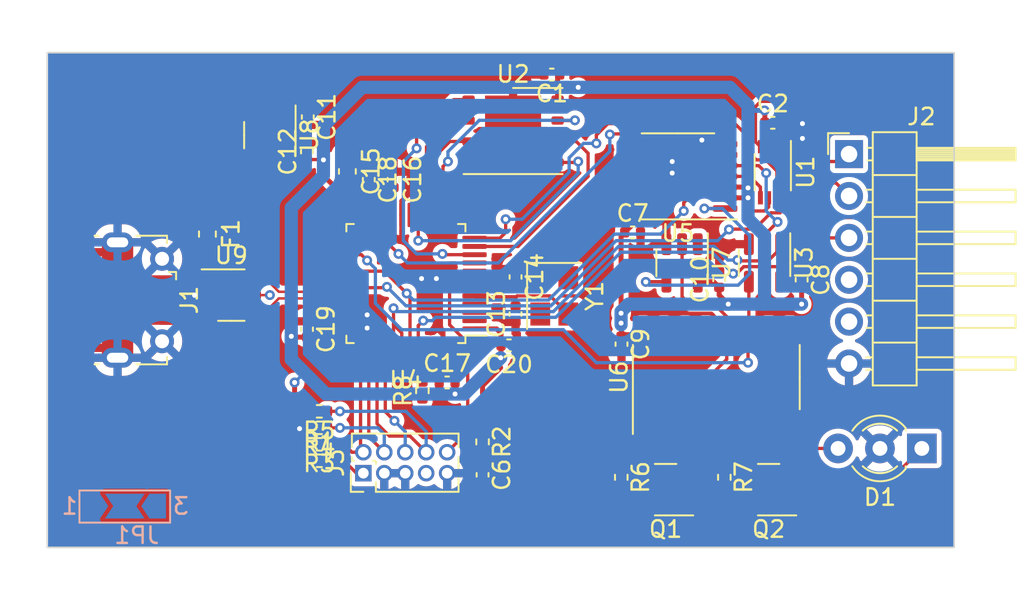
<source format=kicad_pcb>
(kicad_pcb (version 20221018) (generator pcbnew)
  (layers (0 "F.Cu" signal) (31 "B.Cu" signal) (34 "B.Paste" user) (35 "F.Paste" user) (36 "B.SilkS" user "B.Silkscreen") (37 "F.SilkS" user "F.Silkscreen") (38 "B.Mask" user) (39 "F.Mask" user) (44 "Edge.Cuts" user))
  (net 0 "")
  (net 1 "+3V3")
  (net 2 "GND")
  (net 3 "/RSTn")
  (net 4 "Net-(U8-EN)")
  (net 5 "/HSE_IN")
  (net 6 "/HSE_OUT")
  (net 7 "Net-(D1-A1)")
  (net 8 "Net-(D1-A2)")
  (net 9 "Net-(J1-VBUS)")
  (net 11 "Net-(J2-Pin_1)")
  (net 12 "/VEXT_IN")
  (net 13 "/RST")
  (net 14 "/INT")
  (net 15 "/GPIO")
  (net 16 "Net-(J3-Pin_1)")
  (net 17 "/JTMS")
  (net 18 "/JTCK")
  (net 19 "/JTDO")
  (net 21 "/JTDI")
  (net 22 "Net-(JP1-C)")
  (net 23 "/LED_G")
  (net 24 "Net-(Q1-D)")
  (net 25 "/LED_R")
  (net 26 "Net-(Q2-D)")
  (net 27 "Net-(U4-PB8)")
  (net 28 "/MDIO")
  (net 29 "/MDC")
  (net 30 "/VEXT_OUT")
  (net 31 "/QSPI_NSS")
  (net 32 "/QSPI_IO1")
  (net 33 "/QSPI_IO2")
  (net 34 "/QSPI_IO0")
  (net 35 "/QSPI_CLK")
  (net 36 "/QSPI_IO3")
  (net 37 "Net-(U3-B)")
  (net 38 "/SPI_SCK")
  (net 46 "/SPI_NSS")
  (net 51 "Net-(U5A-~{R}D)")
  (net 55 "Net-(U6-MR)")
  (net 66 "/USB_D-")
  (net 67 "/USB_D+")
  (footprint "Capacitor_SMD:C_0402_1005Metric" (layer "F.Cu") (at 130.75 111.77 -90)
    (fp_text reference "C19")
    (fp_text value "0.1u")
  )
  (footprint "Capacitor_SMD:C_0402_1005Metric" (layer "F.Cu") (at 159 99.25)
    (fp_text reference "C2")
    (fp_text value "0.1u")
  )
  (footprint "Resistor_SMD:R_0402_1005Metric" (layer "F.Cu") (at 131.5 116.75 180)
    (fp_text reference "R5")
    (fp_text value "10k")
  )
  (footprint "Capacitor_SMD:C_0402_1005Metric" (layer "F.Cu") (at 130.75 101 90)
    (fp_text reference "C12")
    (fp_text value "1u")
  )
  (footprint "Resistor_SMD:R_0402_1005Metric" (layer "F.Cu") (at 131.5 117.75 180)
    (fp_text reference "R4")
    (fp_text value "10k")
  )
  (footprint "Resistor_SMD:R_0402_1005Metric" (layer "F.Cu") (at 141.4 118.6 -90)
    (fp_text reference "R2")
    (fp_text value "10k")
  )
  (footprint "Package_QFP:LQFP-48_7x7mm_P0.5mm" (layer "F.Cu") (at 136.75 109 180)
    (fp_text reference "U4")
    (fp_text value "STM32G474CETx")
  )
  (footprint "Capacitor_SMD:C_0402_1005Metric" (layer "F.Cu") (at 130.8 98.9 -90)
    (fp_text reference "C11")
    (fp_text value "1u")
  )
  (footprint "Fuse:Fuse_0603_1608Metric" (layer "F.Cu") (at 124.7125 106 -90)
    (fp_text reference "F1")
    (fp_text value "0467.250NRHF")
  )
  (footprint "Package_TO_SOT_SMD:SOT-23-5" (layer "F.Cu") (at 158.5 107.75 -90)
    (fp_text reference "U3")
    (fp_text value "SN74LVC1G08DBVR")
  )
  (footprint "Capacitor_SMD:C_0402_1005Metric" (layer "F.Cu") (at 160.75 108.77 -90)
    (fp_text reference "C8")
    (fp_text value "0.1u")
  )
  (footprint "Capacitor_SMD:C_0402_1005Metric" (layer "F.Cu") (at 149.825 112.675 -90)
    (fp_text reference "C9")
    (fp_text value "0.1u")
  )
  (footprint "LED_THT:LED_D3.0mm-3" (layer "F.Cu") (at 168.04 119 180)
    (fp_text reference "D1")
    (fp_text value "LED_Dual_AAK")
  )
  (footprint "Capacitor_SMD:C_0402_1005Metric" (layer "F.Cu") (at 141.4 120.6 -90)
    (fp_text reference "C6")
    (fp_text value "0.1u")
  )
  (footprint "Capacitor_SMD:C_0402_1005Metric" (layer "F.Cu") (at 143.4 108.6 -90)
    (fp_text reference "C14")
    (fp_text value "18p")
  )
  (footprint "Package_SO:VSSOP-8_2.3x2mm_P0.5mm" (layer "F.Cu") (at 159 102.25 -90)
    (fp_text reference "U1")
    (fp_text value "TXS0102DCU")
  )
  (footprint "Connector_PinHeader_2.54mm:PinHeader_1x06_P2.54mm_Horizontal" (layer "F.Cu") (at 163.625 101.15)
    (fp_text reference "J2")
    (fp_text value "Conn_01x06_Pin")
  )
  (footprint "Package_SON:WSON-8-1EP_6x5mm_P1.27mm_EP3.4x4.3mm" (layer "F.Cu") (at 143.25 99.75)
    (fp_text reference "U2")
    (fp_text value "W25Q32JVZP")
  )
  (footprint "Connector_USB:USB_Micro-B_Molex-105017-0001" (layer "F.Cu") (at 120.5 110 -90)
    (fp_text reference "J1")
    (fp_text value "1050170001")
  )
  (footprint "Resistor_SMD:R_0402_1005Metric" (layer "F.Cu") (at 149.8125 120.75 -90)
    (fp_text reference "R6")
    (fp_text value "330")
  )
  (footprint "Resistor_SMD:R_0402_1005Metric" (layer "F.Cu") (at 131.5 118.75 180)
    (fp_text reference "R3")
    (fp_text value "10k")
  )
  (footprint "Package_TO_SOT_SMD:TSOT-23-5" (layer "F.Cu") (at 128.5 100 -90)
    (fp_text reference "U8")
    (fp_text value "ADP151AUJZ-3.3-R7")
  )
  (footprint "Capacitor_SMD:C_0402_1005Metric" (layer "F.Cu") (at 150.5 105.9)
    (fp_text reference "C7")
    (fp_text value "0.1u")
  )
  (footprint "Package_TO_SOT_SMD:SOT-23-5" (layer "F.Cu") (at 153.5 107.75 -90)
    (fp_text reference "U7")
    (fp_text value "SN74LVC1GU04DBVR")
  )
  (footprint "Package_SO:TSSOP-14_4.4x5mm_P0.65mm" (layer "F.Cu") (at 153.25 102.5 180)
    (fp_text reference "U5")
    (fp_text value "74LVC74APW.118")
  )
  (footprint "Package_TO_SOT_SMD:SOT-23" (layer "F.Cu") (at 158.75 121.5 180)
    (fp_text reference "Q2")
    (fp_text value "2N7002")
  )
  (footprint "Capacitor_SMD:C_0402_1005Metric" (layer "F.Cu") (at 145.6 96.325 180)
    (fp_text reference "C1")
    (fp_text value "0.1u")
  )
  (footprint "Connector_PinHeader_1.27mm:PinHeader_2x05_P1.27mm_Vertical" (layer "F.Cu") (at 134.17 120.5 90)
    (fp_text reference "J3")
    (fp_text value "Conn_02x05_Odd_Even")
  )
  (footprint "Resistor_SMD:R_0402_1005Metric" (layer "F.Cu") (at 156.0625 120.75 -90)
    (fp_text reference "R7")
    (fp_text value "330")
  )
  (footprint "Capacitor_SMD:C_0402_1005Metric" (layer "F.Cu") (at 143.4 110.85 90)
    (fp_text reference "C13")
    (fp_text value "18p")
  )
  (footprint "Resistor_SMD:R_0402_1005Metric" (layer "F.Cu") (at 137.75 115.5 90)
    (fp_text reference "R8")
    (fp_text value "10k")
  )
  (footprint "Package_SO:SO-16_3.9x9.9mm_P1.27mm" (layer "F.Cu") (at 155.575 114.675 90)
    (fp_text reference "U6")
    (fp_text value "HEF4060BT.652")
  )
  (footprint "Capacitor_SMD:C_0402_1005Metric" (layer "F.Cu") (at 134.5 102.7 -90)
    (fp_text reference "C18")
    (fp_text value "0.1u")
  )
  (footprint "Capacitor_SMD:C_0402_1005Metric" (layer "F.Cu") (at 136 102.7 -90)
    (fp_text reference "C16")
    (fp_text value "0.1u")
  )
  (footprint "Resistor_SMD:R_0402_1005Metric" (layer "F.Cu") (at 131.5 119.75)
    (fp_text reference "R1")
    (fp_text value "10")
  )
  (footprint "Crystal:Crystal_SMD_3225-4Pin_3.2x2.5mm" (layer "F.Cu") (at 145.75 109.75 -90)
    (fp_text reference "Y1")
    (fp_text value "24MHz")
  )
  (footprint "Package_TO_SOT_SMD:SOT-23-6" (layer "F.Cu") (at 126.1625 109.7)
    (fp_text reference "U9")
    (fp_text value "USBLC6-2SC6")
  )
  (footprint "Capacitor_SMD:C_0603_1608Metric" (layer "F.Cu") (at 133.2 102.2 -90)
    (fp_text reference "C15")
    (fp_text value "10u")
  )
  (footprint "Capacitor_SMD:C_0402_1005Metric" (layer "F.Cu") (at 143 112.75 180)
    (fp_text reference "C20")
    (fp_text value "0.1u")
  )
  (footprint "Capacitor_SMD:C_0402_1005Metric" (layer "F.Cu") (at 155.75 108.75 90)
    (fp_text reference "C10")
    (fp_text value "0.1u")
  )
  (footprint "Package_TO_SOT_SMD:SOT-23" (layer "F.Cu") (at 152.5 121.5 180)
    (fp_text reference "Q1")
    (fp_text value "2N7002")
  )
  (footprint "Capacitor_SMD:C_0402_1005Metric" (layer "F.Cu") (at 139.25 115)
    (fp_text reference "C17")
    (fp_text value "0.1u")
  )
  (footprint "Jumper:SolderJumper-3_P2.0mm_Open_TrianglePad1.0x1.5mm_NumberLabels" (layer "B.Cu") (at 119.7 122.5)
    (fp_text reference "JP1")
    (fp_text value "SolderJumper_3_Open")
  )
  (gr_rect (start 170 125) (end 115 95) (stroke (width 0.1)) (fill none) (layer "Edge.Cuts"))
  (segment (start 129.9 101.5) (end 129.92 101.48) (width 0.3) (layer "F.Cu") (net 1))
  (segment (start 155.4075 108.8875) (end 155.75 109.23) (width 0.3) (layer "F.Cu") (net 1))
  (segment (start 155.75 109.7) (end 156.3 110.25) (width 0.3) (layer "F.Cu") (net 1))
  (segment (start 129.5375 101.1375) (end 129.9 101.5) (width 0.3) (layer "F.Cu") (net 1))
  (segment (start 133.2 102.975) (end 132.275 102.975) (width 0.3) (layer "F.Cu") (net 1))
  (segment (start 160.75 109.25) (end 160.75 110.25) (width 0.3) (layer "F.Cu") (net 1))
  (segment (start 131.85 101.6) (end 131.75 101.5) (width 0.3) (layer "F.Cu") (net 1))
  (segment (start 130 116.6) (end 130 114.999986) (width 0.3) (layer "F.Cu") (net 1))
  (segment (start 155.75 109.23) (end 155.75 109.7) (width 0.3) (layer "F.Cu") (net 1))
  (segment (start 130.15 116.75) (end 130.1 116.7) (width 0.3) (layer "F.Cu") (net 1))
  (segment (start 151.13 112.1) (end 149.92 112.1) (width 0.3) (layer "F.Cu") (net 1))
  (segment (start 142.52 113.48) (end 142.5 113.5) (width 0.3) (layer "F.Cu") (net 1))
  (segment (start 129.85 112.25) (end 129.8 112.2) (width 0.3) (layer "F.Cu") (net 1))
  (segment (start 136 103.18) (end 134.5 103.18) (width 0.3) (layer "F.Cu") (net 1))
  (segment (start 158.75 103.8) (end 158.75 104.350001) (width 0.2) (layer "F.Cu") (net 1))
  (segment (start 141.4 118.09) (end 141.4 115.2) (width 0.3) (layer "F.Cu") (net 1))
  (segment (start 132.275 102.975) (end 131.75 102.45) (width 0.3) (layer "F.Cu") (net 1))
  (segment (start 135.2 103.6) (end 135.2 103.18) (width 0.3) (layer "F.Cu") (net 1))
  (segment (start 135.5 104.8375) (end 135.5 103.9) (width 0.3) (layer "F.Cu") (net 1))
  (segment (start 132.5875 111.75) (end 131.25 111.75) (width 0.3) (layer "F.Cu") (net 1))
  (segment (start 129.7 117.1) (end 130.1 116.7) (width 0.3) (layer "F.Cu") (net 1))
  (segment (start 130.75 112.25) (end 129.85 112.25) (width 0.3) (layer "F.Cu") (net 1))
  (segment (start 134 103.68) (end 134.5 103.18) (width 0.3) (layer "F.Cu") (net 1))
  (segment (start 131.25 111.75) (end 130.75 112.25) (width 0.3) (layer "F.Cu") (net 1))
  (segment (start 130.05 119.75) (end 129.7 119.4) (width 0.3) (layer "F.Cu") (net 1))
  (segment (start 139.5 113.1625) (end 139.5 114.77) (width 0.3) (layer "F.Cu") (net 1))
  (segment (start 129.92 101.48) (end 130.75 101.48) (width 0.3) (layer "F.Cu") (net 1))
  (segment (start 156.1125 103.15) (end 157.45 103.15) (width 0.3) (layer "F.Cu") (net 1))
  (segment (start 129.85 118.75) (end 129.7 118.9) (width 0.3) (layer "F.Cu") (net 1))
  (segment (start 139.73 115) (end 139.73 115.7) (width 0.3) (layer "F.Cu") (net 1))
  (segment (start 129.45 101.1375) (end 129.5375 101.1375) (width 0.3) (layer "F.Cu") (net 1))
  (segment (start 158.75 104.350001) (end 158.500001 104.6) (width 0.2) (layer "F.Cu") (net 1))
  (segment (start 149.8 110.8) (end 149.8 106.12) (width 0.3) (layer "F.Cu") (net 1))
  (segment (start 145.95 97.845) (end 145.95 97.1) (width 0.3) (layer "F.Cu") (net 1))
  (segment (start 130.75 101.48) (end 131.73 101.48) (width 0.2) (layer "F.Cu") (net 1))
  (segment (start 136 104.8375) (end 136 103.18) (width 0.3) (layer "F.Cu") (net 1))
  (segment (start 149.825 110.925) (end 149.8 110.9) (width 0.3) (layer "F.Cu") (net 1))
  (segment (start 129.7 119.4) (end 129.7 118.6) (width 0.3) (layer "F.Cu") (net 1))
  (segment (start 129.7 118.9) (end 129.7 117.1) (width 0.3) (layer "F.Cu") (net 1))
  (segment (start 149.825 112.195) (end 149.92 112.1) (width 0.3) (layer "F.Cu") (net 1))
  (segment (start 157.5 104.3) (end 157.5 103.8) (width 0.2) (layer "F.Cu") (net 1))
  (segment (start 139.5 114.77) (end 139.73 115) (width 0.3) (layer "F.Cu") (net 1))
  (segment (start 145.95 97.1) (end 145.95 96.455) (width 0.3) (layer "F.Cu") (net 1))
  (segment (start 135.5 103.9) (end 135.2 103.6) (width 0.3) (layer "F.Cu") (net 1))
  (segment (start 142.52 112.02) (end 142.52 112.75) (width 0.3) (layer "F.Cu") (net 1))
  (segment (start 130.99 118.75) (end 129.85 118.75) (width 0.3) (layer "F.Cu") (net 1))
  (segment (start 159.45 108.8875) (end 160.3875 108.8875) (width 0.3) (layer "F.Cu") (net 1))
  (segment (start 133.905 103.68) (end 133.2 102.975) (width 0.3) (layer "F.Cu") (net 1))
  (segment (start 141.4 115.2) (end 142.5 114.1) (width 0.3) (layer "F.Cu") (net 1))
  (segment (start 158.500001 104.6) (end 157.8 104.6) (width 0.2) (layer "F.Cu") (net 1))
  (segment (start 134 103.68) (end 133.905 103.68) (width 0.3) (layer "F.Cu") (net 1))
  (segment (start 131.75 102.45) (end 131.75 101.5) (width 0.3) (layer "F.Cu") (net 1))
  (segment (start 130.1 116.7) (end 130 116.6) (width 0.3) (layer "F.Cu") (net 1))
  (segment (start 134 104.8375) (end 134 103.68) (width 0.3) (layer "F.Cu") (net 1))
  (segment (start 150.3875 105.5325) (end 150.02 105.9) (width 0.3) (layer "F.Cu") (net 1))
  (segment (start 157.5 103.8) (end 157.5 103.2) (width 0.2) (layer "F.Cu") (net 1))
  (segment (start 145.95 96.455) (end 146.08 96.325) (width 0.3) (layer "F.Cu") (net 1))
  (segment (start 154.45 108.8875) (end 155.4075 108.8875) (width 0.3) (layer "F.Cu") (net 1))
  (segment (start 157.8 104.6) (end 157.5 104.3) (width 0.2) (layer "F.Cu") (net 1))
  (segment (start 142.52 112.75) (end 142.52 113.48) (width 0.3) (layer "F.Cu") (net 1))
  (segment (start 149.825 112.195) (end 149.825 110.925) (width 0.3) (layer "F.Cu") (net 1))
  (segment (start 149.8 106.12) (end 150.02 105.9) (width 0.3) (layer "F.Cu") (net 1))
  (segment (start 130.99 119.75) (end 130.05 119.75) (width 0.3) (layer "F.Cu") (net 1))
  (segment (start 158.75 99.48) (end 158.52 99.25) (width 0.3) (layer "F.Cu") (net 1))
  (segment (start 158.52 99.25) (end 158.52 98.52) (width 0.3) (layer "F.Cu") (net 1))
  (segment (start 156.1125 103.8) (end 157.5 103.8) (width 0.3) (layer "F.Cu") (net 1))
  (segment (start 131.73 101.48) (end 131.75 101.5) (width 0.2) (layer "F.Cu") (net 1))
  (segment (start 158.52 98.52) (end 158.5 98.5) (width 0.3) (layer "F.Cu") (net 1))
  (segment (start 140.9125 111.75) (end 142.25 111.75) (width 0.3) (layer "F.Cu") (net 1))
  (segment (start 160.3875 108.8875) (end 160.75 109.25) (width 0.3) (layer "F.Cu") (net 1))
  (segment (start 158.75 100.7) (end 158.75 99.48) (width 0.3) (layer "F.Cu") (net 1))
  (segment (start 157.45 103.15) (end 157.5 103.2) (width 0.3) (layer "F.Cu") (net 1))
  (segment (start 145.95 97.1) (end 147.2 97.1) (width 0.3) (layer "F.Cu") (net 1))
  (segment (start 130.99 116.75) (end 130.15 116.75) (width 0.3) (layer "F.Cu") (net 1))
  (segment (start 150.3875 104.45) (end 150.3875 105.5325) (width 0.3) (layer "F.Cu") (net 1))
  (segment (start 142.25 111.75) (end 142.52 112.02) (width 0.3) (layer "F.Cu") (net 1))
  (via (at 142.5 113.5) (size 0.6) (drill 0.3) (layers "F.Cu" "B.Cu") (net 1))
  (via (at 131.75 101.5) (size 0.6) (drill 0.3) (layers "F.Cu" "B.Cu") (net 1))
  (via (at 157.5 103.8) (size 0.6) (drill 0.3) (layers "F.Cu" "B.Cu") (net 1))
  (via (at 157.5 103.2) (size 0.6) (drill 0.3) (layers "F.Cu" "B.Cu") (net 1))
  (via (at 147.2 97.1) (size 0.6) (drill 0.3) (layers "F.Cu" "B.Cu") (net 1))
  (via (at 149.8 111.4) (size 0.6) (drill 0.3) (layers "F.Cu" "B.Cu") (net 1))
  (via (at 130 114.999986) (size 0.6) (drill 0.3) (layers "F.Cu" "B.Cu") (net 1))
  (via (at 149.8 110.8) (size 0.6) (drill 0.3) (layers "F.Cu" "B.Cu") (net 1))
  (via (at 129.8 112.2) (size 0.6) (drill 0.3) (layers "F.Cu" "B.Cu") (net 1))
  (via (at 158.5 98.5) (size 0.6) (drill 0.3) (layers "F.Cu" "B.Cu") (net 1))
  (via (at 156.3 110.25) (size 0.6) (drill 0.3) (layers "F.Cu" "B.Cu") (net 1))
  (via (at 139.73 115.7) (size 0.6) (drill 0.3) (layers "F.Cu" "B.Cu") (net 1))
  (via (at 160.75 110.25) (size 0.6) (drill 0.3) (layers "F.Cu" "B.Cu") (net 1))
  (segment (start 142.5 113.5) (end 140.3 115.7) (width 0.8) (layer "B.Cu") (net 1))
  (segment (start 157.5 98.5) (end 157.5 98.2) (width 0.8) (layer "B.Cu") (net 1))
  (segment (start 130.000014 114.999986) (end 130 114.999986) (width 0.2) (layer "B.Cu") (net 1))
  (segment (start 150.25 110.25) (end 156.3 110.25) (width 0.8) (layer "B.Cu") (net 1))
  (segment (start 147.2 97.1) (end 134.1 97.1) (width 0.8) (layer "B.Cu") (net 1))
  (segment (start 131.75 101.5) (end 131.75 102.45) (width 0.8) (layer "B.Cu") (net 1))
  (segment (start 158.5 106.080762) (end 157.5 105.080762) (width 0.8) (layer "B.Cu") (net 1))
  (segment (start 156.4 97.1) (end 147.2 97.1) (width 0.8) (layer "B.Cu") (net 1))
  (segment (start 130.45 114.55) (end 130.000014 114.999986) (width 0.2) (layer "B.Cu") (net 1))
  (segment (start 157.5 98.5) (end 157.5 103.2) (width 0.8) (layer "B.Cu") (net 1))
  (segment (start 129.8 112.625) (end 129.8 104.4) (width 0.8) (layer "B.Cu") (net 1))
  (segment (start 130.45 114.25) (end 129.8 113.6) (width 0.8) (layer "B.Cu") (net 1))
  (segment (start 157.5 98.2) (end 156.4 97.1) (width 0.8) (layer "B.Cu") (net 1))
  (segment (start 160.75 110.25) (end 156.3 110.25) (width 0.8) (layer "B.Cu") (net 1))
  (segment (start 129.8 104.4) (end 131.7 102.5) (width 0.8) (layer "B.Cu") (net 1))
  (segment (start 131.9 115.7) (end 130.45 114.25) (width 0.8) (layer "B.Cu") (net 1))
  (segment (start 131.75 99.45) (end 131.75 101.5) (width 0.8) (layer "B.Cu") (net 1))
  (segment (start 149.8 110.7) (end 150.25 110.25) (width 0.8) (layer "B.Cu") (net 1))
  (segment (start 134.1 97.1) (end 131.75 99.45) (width 0.8) (layer "B.Cu") (net 1))
  (segment (start 131.75 102.45) (end 131.7 102.5) (width 0.2) (layer "B.Cu") (net 1))
  (segment (start 158.5 98.5) (end 157.5 98.5) (width 0.3) (layer "B.Cu") (net 1))
  (segment (start 149.8 111.5) (end 149.8 110.699998) (width 0.8) (layer "B.Cu") (net 1))
  (segment (start 140.3 115.7) (end 131.9 115.7) (width 0.8) (layer "B.Cu") (net 1))
  (segment (start 158.5 110.25) (end 158.5 106.080762) (width 0.8) (layer "B.Cu") (net 1))
  (segment (start 157.5 105.080762) (end 157.5 103.2) (width 0.8) (layer "B.Cu") (net 1))
  (segment (start 130.45 114.25) (end 130.45 114.55) (width 0.2) (layer "B.Cu") (net 1))
  (segment (start 149.8 110.7) (end 149.8 110.699998) (width 0.2) (layer "B.Cu") (net 1))
  (segment (start 129.8 113.6) (end 129.8 112.2) (width 0.8) (layer "B.Cu") (net 1))
  (segment (start 159.48 99.25) (end 160.75 99.25) (width 0.2) (layer "F.Cu") (net 2))
  (segment (start 154.95 100.55) (end 154.7 100.3) (width 0.2) (layer "F.Cu") (net 2))
  (segment (start 138.6 111.7) (end 138.6 108.7) (width 0.3) (layer "F.Cu") (net 2))
  (segment (start 159.25 99.48) (end 159.48 99.25) (width 0.2) (layer "F.Cu") (net 2))
  (segment (start 139 112.1) (end 138.6 111.7) (width 0.3) (layer "F.Cu") (net 2))
  (segment (start 136.5 104) (end 137.1 103.4) (width 0.3) (layer "F.Cu") (net 2))
  (segment (start 156.1125 100.55) (end 154.95 100.55) (width 0.2) (layer "F.Cu") (net 2))
  (segment (start 132.5875 111.25) (end 134.05 111.25) (width 0.3) (layer "F.Cu") (net 2))
  (segment (start 130.79 111.25) (end 130.75 111.29) (width 0.3) (layer "F.Cu") (net 2))
  (segment (start 134.05 111.25) (end 134.4 110.9) (width 0.3) (layer "F.Cu") (net 2))
  (segment (start 159.25 100.7) (end 159.25 99.48) (width 0.2) (layer "F.Cu") (net 2))
  (segment (start 139 114.77) (end 138.77 115) (width 0.3) (layer "F.Cu") (net 2))
  (segment (start 134.5 105.9) (end 134.2 106.2) (width 0.3) (layer "F.Cu") (net 2))
  (segment (start 143.4 108.1) (end 144.4 107.1) (width 0.3) (layer "F.Cu") (net 2))
  (segment (start 136.5 104.8375) (end 136.5 106.2) (width 0.3) (layer "F.Cu") (net 2))
  (segment (start 155.75 108.27) (end 155.75 107.65) (width 0.3) (layer "F.Cu") (net 2))
  (segment (start 134.5 105.7) (end 134.5 105.9) (width 0.3) (layer "F.Cu") (net 2))
  (segment (start 123.950597 109.7) (end 123.937593 109.713004) (width 0.25) (layer "F.Cu") (net 2))
  (segment (start 143.4 108.12) (end 143.4 108.1) (width 0.2) (layer "F.Cu") (net 2))
  (segment (start 132.5875 111.25) (end 130.79 111.25) (width 0.3) (layer "F.Cu") (net 2))
  (segment (start 160.75 99.25) (end 160.8 99.3) (width 0.2) (layer "F.Cu") (net 2))
  (segment (start 134.5 105.7) (end 134.5 106) (width 0.3) (layer "F.Cu") (net 2))
  (segment (start 134.5 104.8375) (end 134.5 105.7) (width 0.3) (layer "F.Cu") (net 2))
  (segment (start 139 113.1625) (end 139 114.77) (width 0.3) (layer "F.Cu") (net 2))
  (segment (start 130.99 117.75) (end 130.35 117.75) (width 0.2) (layer "F.Cu") (net 2))
  (segment (start 139 113.1625) (end 139 112.1) (width 0.3) (layer "F.Cu") (net 2))
  (segment (start 125.025 109.7) (end 123.950597 109.7) (width 0.25) (layer "F.Cu") (net 2))
  (segment (start 155.75 107.65) (end 156 107.4) (width 0.3) (layer "F.Cu") (net 2))
  (segment (start 130.35 117.75) (end 130.3 117.8) (width 0.2) (layer "F.Cu") (net 2))
  (segment (start 136.5 104.8375) (end 136.5 104) (width 0.3) (layer "F.Cu") (net 2))
  (via (at 134.4 111.7) (size 0.6) (drill 0.3) (layers "F.Cu" "B.Cu") (net 2))
  (via (at 152.9 101.6) (size 0.6) (drill 0.3) (layers "F.Cu" "B.Cu") (net 2))
  (via (at 123.937593 109.713004) (size 0.6) (drill 0.3) (layers "F.Cu" "B.Cu") (net 2))
  (via (at 160.8 100.2) (size 0.6) (drill 0.3) (layers "F.Cu" "B.Cu") (net 2))
  (via (at 130.3 117.8) (size 0.6) (drill 0.3) (layers "F.Cu" "B.Cu") (net 2))
  (via (at 138.6 108.7) (size 0.6) (drill 0.3) (layers "F.Cu" "B.Cu") (net 2))
  (via (at 154.7 100.3) (size 0.6) (drill 0.3) (layers "F.Cu" "B.Cu") (net 2))
  (via (at 160.8 99.3) (size 0.6) (drill 0.3) (layers "F.Cu" "B.Cu") (net 2))
  (via (at 134.4 110.9) (size 0.6) (drill 0.3) (layers "F.Cu" "B.Cu") (net 2))
  (via (at 137.7 108.7) (size 0.6) (drill 0.3) (layers "F.Cu" "B.Cu") (net 2))
  (via (at 152.9 102.3) (size 0.6) (drill 0.3) (layers "F.Cu" "B.Cu") (net 2))
  (segment (start 160.8 99.3) (end 160.8 100.2) (width 0.2) (layer "B.Cu") (net 2))
  (segment (start 138.6 108.7) (end 137.7 108.7) (width 0.3) (layer "B.Cu") (net 2))
  (segment (start 134.4 110.9) (end 134.4 111.7) (width 0.3) (layer "B.Cu") (net 2))
  (segment (start 140.9125 108.75) (end 139.95 108.75) (width 0.2) (layer "F.Cu") (net 3))
  (segment (start 139.4 109.3) (end 139.4 111.5) (width 0.2) (layer "F.Cu") (net 3))
  (segment (start 139.95 108.75) (end 139.4 109.3) (width 0.2) (layer "F.Cu") (net 3))
  (segment (start 141.4 119.11) (end 141.4 120.12) (width 0.2) (layer "F.Cu") (net 3))
  (segment (start 141.4 119.11) (end 140.81 119.11) (width 0.2) (layer "F.Cu") (net 3))
  (segment (start 140.81 119.11) (end 140.09 118.39) (width 0.2) (layer "F.Cu") (net 3))
  (segment (start 140.5 117.98) (end 140.09 118.39) (width 0.2) (layer "F.Cu") (net 3))
  (segment (start 140.09 118.39) (end 139.25 119.23) (width 0.2) (layer "F.Cu") (net 3))
  (segment (start 139.4 111.5) (end 140.5 112.6) (width 0.2) (layer "F.Cu") (net 3))
  (segment (start 140.5 112.6) (end 140.5 117.98) (width 0.2) (layer "F.Cu") (net 3))
  (segment (start 143.4 110.37) (end 143.4 109.85) (width 0.2) (layer "F.Cu") (net 5))
  (segment (start 140.962502 109.800002) (end 143.449998 109.800002) (width 0.2) (layer "F.Cu") (net 5))
  (segment (start 145.5 109.75) (end 146.6 110.85) (width 0.2) (layer "F.Cu") (net 5))
  (segment (start 143.449998 109.800002) (end 143.5 109.75) (width 0.2) (layer "F.Cu") (net 5))
  (segment (start 143.5 109.75) (end 145.5 109.75) (width 0.2) (layer "F.Cu") (net 5))
  (segment (start 143.4 109.85) (end 143.5 109.75) (width 0.2) (layer "F.Cu") (net 5))
  (segment (start 140.9125 109.75) (end 140.962502 109.800002) (width 0.2) (layer "F.Cu") (net 5))
  (segment (start 144.42 109.08) (end 143.4 109.08) (width 0.2) (layer "F.Cu") (net 6))
  (segment (start 143.029998 109.450002) (end 143.4 109.08) (width 0.2) (layer "F.Cu") (net 6))
  (segment (start 142.077361 109.25) (end 142.277363 109.450002) (width 0.2) (layer "F.Cu") (net 6))
  (segment (start 144.9 108.65) (end 144.85 108.65) (width 0.2) (layer "F.Cu") (net 6))
  (segment (start 140.9125 109.25) (end 142.077361 109.25) (width 0.2) (layer "F.Cu") (net 6))
  (segment (start 142.277363 109.450002) (end 143.029998 109.450002) (width 0.2) (layer "F.Cu") (net 6))
  (segment (start 144.85 108.65) (end 144.42 109.08) (width 0.2) (layer "F.Cu") (net 6))
  (segment (start 166.44 120.6) (end 168.04 119) (width 0.2) (layer "F.Cu") (net 7))
  (segment (start 159.6875 120.55) (end 159.7375 120.6) (width 0.2) (layer "F.Cu") (net 7))
  (segment (start 159.7375 120.6) (end 166.44 120.6) (width 0.2) (layer "F.Cu") (net 7))
  (segment (start 154.9875 119) (end 153.4375 120.55) (width 0.2) (layer "F.Cu") (net 8))
  (segment (start 162.96 119) (end 154.9875 119) (width 0.2) (layer "F.Cu") (net 8))
  (segment (start 127.3 109.7) (end 128.499994 109.7) (width 0.15) (layer "F.Cu") (net 9))
  (segment (start 128.499994 109.7) (end 128.5 109.699994) (width 0.15) (layer "F.Cu") (net 9))
  (via (at 128.5 109.699994) (size 0.6) (drill 0.3) (layers "F.Cu" "B.Cu") (net 9))
  (segment (start 159.75 101.35) (end 160 101.6) (width 0.2) (layer "F.Cu") (net 11))
  (segment (start 159.75 100.7) (end 159.75 101.35) (width 0.2) (layer "F.Cu") (net 11))
  (segment (start 160 101.6) (end 163.175 101.6) (width 0.2) (layer "F.Cu") (net 11))
  (segment (start 163.175 101.6) (end 163.625 101.15) (width 0.2) (layer "F.Cu") (net 11))
  (segment (start 159.438602 104.711398) (end 158.883577 104.711398) (width 0.2) (layer "F.Cu") (net 12))
  (segment (start 162.835 102.9) (end 163.625 103.69) (width 0.2) (layer "F.Cu") (net 12))
  (segment (start 159.75 103.8) (end 159.75 104.4) (width 0.2) (layer "F.Cu") (net 12))
  (segment (start 160 102.9) (end 162.835 102.9) (width 0.2) (layer "F.Cu") (net 12))
  (segment (start 159.75 103.15) (end 160 102.9) (width 0.2) (layer "F.Cu") (net 12))
  (segment (start 157.894975 105.7) (end 156.365224 105.7) (width 0.2) (layer "F.Cu") (net 12))
  (segment (start 159.75 103.8) (end 159.75 103.15) (width 0.2) (layer "F.Cu") (net 12))
  (segment (start 135.55 109.25) (end 135.6 109.2) (width 0.2) (layer "F.Cu") (net 12))
  (segment (start 159.75 104.4) (end 159.438602 104.711398) (width 0.2) (layer "F.Cu") (net 12))
  (segment (start 158.883577 104.711398) (end 157.894975 105.7) (width 0.2) (layer "F.Cu") (net 12))
  (segment (start 132.5875 109.25) (end 135.55 109.25) (width 0.2) (layer "F.Cu") (net 12))
  (segment (start 156.365224 105.7) (end 156.343703 105.721521) (width 0.2) (layer "F.Cu") (net 12))
  (via (at 156.343703 105.721521) (size 0.6) (drill 0.3) (layers "F.Cu" "B.Cu") (net 12))
  (via (at 135.6 109.2) (size 0.6) (drill 0.3) (layers "F.Cu" "B.Cu") (net 12))
  (segment (start 149.499999 106.4) (end 155.665224 106.4) (width 0.2) (layer "B.Cu") (net 12))
  (segment (start 145.644973 110.250002) (end 145.649997 110.250002) (width 0.2) (layer "B.Cu") (net 12))
  (segment (start 155.665224 106.4) (end 156.343703 105.721521) (width 0.2) (layer "B.Cu") (net 12))
  (segment (start 136.75 110.35) (end 145.544974 110.35) (width 0.2) (layer "B.Cu") (net 12))
  (segment (start 145.544974 110.35) (end 145.644973 110.250002) (width 0.2) (layer "B.Cu") (net 12))
  (segment (start 135.6 109.2) (end 136.75 110.35) (width 0.2) (layer "B.Cu") (net 12))
  (segment (start 145.649997 110.250002) (end 149.499999 106.4) (width 0.2) (layer "B.Cu") (net 12))
  (segment (start 156.81022 108.400006) (end 156.6 108.400006) (width 0.2) (layer "F.Cu") (net 13))
  (segment (start 137.5 113.1625) (end 137.5 111.55) (width 0.2) (layer "F.Cu") (net 13))
  (segment (start 157.235226 107.975) (end 156.81022 108.400006) (width 0.2) (layer "F.Cu") (net 13))
  (segment (start 161.27 106.23) (end 159.525 107.975) (width 0.2) (layer "F.Cu") (net 13))
  (segment (start 137.5 111.55) (end 137.8 111.25) (width 0.2) (layer "F.Cu") (net 13))
  (segment (start 159.525 107.975) (end 157.235226 107.975) (width 0.2) (layer "F.Cu") (net 13))
  (segment (start 163.625 106.23) (end 161.27 106.23) (width 0.2) (layer "F.Cu") (net 13))
  (via (at 137.8 111.25) (size 0.6) (drill 0.3) (layers "F.Cu" "B.Cu") (net 13))
  (via (at 156.6 108.400006) (size 0.6) (drill 0.3) (layers "F.Cu" "B.Cu") (net 13))
  (segment (start 138.55 111.05) (end 145.839948 111.05) (width 0.2) (layer "B.Cu") (net 13))
  (segment (start 156.6 108.4) (end 156.6 108.400006) (width 0.2) (layer "B.Cu") (net 13))
  (segment (start 137.8 111.25) (end 138.35 111.25) (width 0.2) (layer "B.Cu") (net 13))
  (segment (start 138.35 111.25) (end 138.55 111.05) (width 0.2) (layer "B.Cu") (net 13))
  (segment (start 155.3 107.1) (end 156.6 108.4) (width 0.2) (layer "B.Cu") (net 13))
  (segment (start 145.839948 111.05) (end 149.789948 107.1) (width 0.2) (layer "B.Cu") (net 13))
  (segment (start 149.789948 107.1) (end 155.3 107.1) (width 0.2) (layer "B.Cu") (net 13))
  (segment (start 132.01 119.75) (end 133 119.75) (width 0.2) (layer "F.Cu") (net 16))
  (segment (start 133 119.75) (end 133.75 120.5) (width 0.2) (layer "F.Cu") (net 16))
  (segment (start 133.75 120.5) (end 134.17 120.5) (width 0.2) (layer "F.Cu") (net 16))
  (segment (start 133 118.75) (end 132.01 118.75) (width 0.2) (layer "F.Cu") (net 17))
  (segment (start 134 113.1625) (end 134 119.06) (width 0.2) (layer "F.Cu") (net 17))
  (segment (start 134.17 119.23) (end 133.48 119.23) (width 0.2) (layer "F.Cu") (net 17))
  (segment (start 133.48 119.23) (end 133 118.75) (width 0.2) (layer "F.Cu") (net 17))
  (segment (start 134 119.06) (end 134.17 119.23) (width 0.2) (layer "F.Cu") (net 17))
  (segment (start 134.5 113.1625) (end 134.5 118.29) (width 0.2) (layer "F.Cu") (net 18))
  (segment (start 132.01 117.75) (end 132.75 117.75) (width 0.2) (layer "F.Cu") (net 18))
  (segment (start 134.5 118.29) (end 135.44 119.23) (width 0.2) (layer "F.Cu") (net 18))
  (via (at 132.75 117.75) (size 0.6) (drill 0.3) (layers "F.Cu" "B.Cu") (net 18))
  (segment (start 135.44 118.14) (end 135.44 119.23) (width 0.2) (layer "B.Cu") (net 18))
  (segment (start 132.75 117.75) (end 135.05 117.75) (width 0.2) (layer "B.Cu") (net 18))
  (segment (start 135.05 117.75) (end 135.44 118.14) (width 0.2) (layer "B.Cu") (net 18))
  (segment (start 135.5 113.1625) (end 135.5 116.76994) (width 0.2) (layer "F.Cu") (net 19))
  (segment (start 135.5 116.76994) (end 136.05506 117.325) (width 0.2) (layer "F.Cu") (net 19))
  (via (at 136.05506 117.325) (size 0.6) (drill 0.3) (layers "F.Cu" "B.Cu") (net 19))
  (segment (start 136.71 117.97994) (end 136.05506 117.325) (width 0.2) (layer "B.Cu") (net 19))
  (segment (start 136.71 119.23) (end 136.71 117.97994) (width 0.2) (layer "B.Cu") (net 19))
  (segment (start 135.75 118.25) (end 137 118.25) (width 0.2) (layer "F.Cu") (net 21))
  (segment (start 135 117.5) (end 135.75 118.25) (width 0.2) (layer "F.Cu") (net 21))
  (segment (start 137 118.25) (end 137.98 119.23) (width 0.2) (layer "F.Cu") (net 21))
  (segment (start 132.01 116.75) (end 132.75 116.75) (width 0.2) (layer "F.Cu") (net 21))
  (segment (start 135 113.1625) (end 135 117.5) (width 0.2) (layer "F.Cu") (net 21))
  (via (at 132.75 116.75) (size 0.6) (drill 0.3) (layers "F.Cu" "B.Cu") (net 21))
  (segment (start 132.75 116.75) (end 136.75 116.75) (width 0.2) (layer "B.Cu") (net 21))
  (segment (start 137.98 117.98) (end 137.98 119.23) (width 0.2) (layer "B.Cu") (net 21))
  (segment (start 136.75 116.75) (end 137.98 117.98) (width 0.2) (layer "B.Cu") (net 21))
  (segment (start 150.0525 121.5) (end 149.8125 121.26) (width 0.15) (layer "F.Cu") (net 24))
  (segment (start 151.5625 121.5) (end 150.0525 121.5) (width 0.15) (layer "F.Cu") (net 24))
  (segment (start 156.3025 121.5) (end 156.0625 121.26) (width 0.2) (layer "F.Cu") (net 26))
  (segment (start 157.8125 121.5) (end 156.3025 121.5) (width 0.2) (layer "F.Cu") (net 26))
  (segment (start 138 114.74) (end 138 113.1625) (width 0.2) (layer "F.Cu") (net 27))
  (segment (start 137.75 114.99) (end 138 114.74) (width 0.2) (layer "F.Cu") (net 27))
  (segment (start 137 109.799988) (end 136.8 109.599988) (width 0.2) (layer "F.Cu") (net 28))
  (segment (start 156.1125 102.5) (end 155.2 102.5) (width 0.2) (layer "F.Cu") (net 28))
  (segment (start 157.6 102.5) (end 156.1125 102.5) (width 0.2) (layer "F.Cu") (net 28))
  (segment (start 153.6 104.1) (end 153.6 104.6) (width 0.2) (layer "F.Cu") (net 28))
  (segment (start 132.5875 108.25) (end 135.450012 108.25) (width 0.2) (layer "F.Cu") (net 28))
  (segment (start 158.25 103.8) (end 158.25 103.15) (width 0.2) (layer "F.Cu") (net 28))
  (segment (start 155.2 102.5) (end 153.6 104.1) (width 0.2) (layer "F.Cu") (net 28))
  (segment (start 158.25 103.15) (end 157.6 102.5) (width 0.2) (layer "F.Cu") (net 28))
  (segment (start 135.450012 108.25) (end 136.8 109.599988) (width 0.2) (layer "F.Cu") (net 28))
  (segment (start 137 113.1625) (end 137 109.799988) (width 0.2) (layer "F.Cu") (net 28))
  (via (at 136.8 109.599988) (size 0.6) (drill 0.3) (layers "F.Cu" "B.Cu") (net 28))
  (via (at 153.6 104.6) (size 0.6) (drill 0.3) (layers "F.Cu" "B.Cu") (net 28))
  (segment (start 137.200012 110) (end 145.4 110) (width 0.2) (layer "B.Cu") (net 28))
  (segment (start 149.4 106) (end 152.2 106) (width 0.2) (layer "B.Cu") (net 28))
  (segment (start 152.2 106) (end 153.6 104.6) (width 0.2) (layer "B.Cu") (net 28))
  (segment (start 136.8 109.599988) (end 137.200012 110) (width 0.2) (layer "B.Cu") (net 28))
  (segment (start 145.4 110) (end 149.4 106) (width 0.2) (layer "B.Cu") (net 28))
  (segment (start 163.35 97.95) (end 158.272182 97.95) (width 0.2) (layer "F.Cu") (net 29))
  (segment (start 161.6 105) (end 164.3 105) (width 0.2) (layer "F.Cu") (net 29))
  (segment (start 159.45 106.890685) (end 159.45 106.6125) (width 0.2) (layer "F.Cu") (net 29))
  (segment (start 136.5 112) (end 136 111.5) (width 0.2) (layer "F.Cu") (net 29))
  (segment (start 157.95 100.4) (end 158.25 100.7) (width 0.2) (layer "F.Cu") (net 29))
  (segment (start 165.3 104) (end 165.3 99.9) (width 0.2) (layer "F.Cu") (net 29))
  (segment (start 136 111.5) (end 136 110.5) (width 0.2) (layer "F.Cu") (net 29))
  (segment (start 156.902122 107.625) (end 158.715685 107.625) (width 0.2) (layer "F.Cu") (net 29))
  (segment (start 160 106.6) (end 161.6 105) (width 0.2) (layer "F.Cu") (net 29))
  (segment (start 158.272182 97.95) (end 157.95 98.272182) (width 0.2) (layer "F.Cu") (net 29))
  (segment (start 159.45 106.6125) (end 159.4625 106.6) (width 0.2) (layer "F.Cu") (net 29))
  (segment (start 136.5 113.1625) (end 136.5 112) (width 0.2) (layer "F.Cu") (net 29))
  (segment (start 156.854765 107.577643) (end 156.902122 107.625) (width 0.2) (layer "F.Cu") (net 29))
  (segment (start 158.715685 107.625) (end 159.45 106.890685) (width 0.2) (layer "F.Cu") (net 29))
  (segment (start 157.95 98.272182) (end 157.95 100.4) (width 0.2) (layer "F.Cu") (net 29))
  (segment (start 165.3 99.9) (end 163.35 97.95) (width 0.2) (layer "F.Cu") (net 29))
  (segment (start 164.3 105) (end 165.3 104) (width 0.2) (layer "F.Cu") (net 29))
  (segment (start 136 113.1625) (end 136 111.5) (width 0.2) (layer "F.Cu") (net 29))
  (segment (start 159.4625 106.6) (end 160 106.6) (width 0.2) (layer "F.Cu") (net 29))
  (via (at 136 110.5) (size 0.6) (drill 0.3) (layers "F.Cu" "B.Cu") (net 29))
  (via (at 156.854765 107.577643) (size 0.6) (drill 0.3) (layers "F.Cu" "B.Cu") (net 29))
  (segment (start 155.45 106.75) (end 149.644973 106.75) (width 0.2) (layer "B.Cu") (net 29))
  (segment (start 156.277643 107.577643) (end 155.45 106.75) (width 0.2) (layer "B.Cu") (net 29))
  (segment (start 156.854765 107.577643) (end 156.277643 107.577643) (width 0.2) (layer "B.Cu") (net 29))
  (segment (start 145.694973 110.7) (end 136.2 110.7) (width 0.2) (layer "B.Cu") (net 29))
  (segment (start 136.2 110.7) (end 136 110.5) (width 0.2) (layer "B.Cu") (net 29))
  (segment (start 149.644973 106.75) (end 145.694973 110.7) (width 0.2) (layer "B.Cu") (net 29))
  (segment (start 156.7 99.3) (end 149.000001 99.3) (width 0.2) (layer "F.Cu") (net 30))
  (segment (start 159.25 103.8) (end 159.25 102.172182) (width 0.2) (layer "F.Cu") (net 30))
  (segment (start 158.577818 101.5) (end 158 101.5) (width 0.2) (layer "F.Cu") (net 30))
  (segment (start 157.4 100.9) (end 157.4 100) (width 0.2) (layer "F.Cu") (net 30))
  (segment (start 157.4 100) (end 156.7 99.3) (width 0.2) (layer "F.Cu") (net 30))
  (segment (start 140.9125 106.25) (end 142.45 106.25) (width 0.2) (layer "F.Cu") (net 30))
  (segment (start 142.7 106) (end 142.8 105.9) (width 0.2) (layer "F.Cu") (net 30))
  (segment (start 142.8 105.9) (end 142.8 105.1) (width 0.2) (layer "F.Cu") (net 30))
  (segment (start 149.000001 99.3) (end 148.3 100.000001) (width 0.2) (layer "F.Cu") (net 30))
  (segment (start 148.3 100.000001) (end 148.3 100.5) (width 0.2) (layer "F.Cu") (net 30))
  (segment (start 142.45 106.25) (end 142.7 106) (width 0.2) (layer "F.Cu") (net 30))
  (segment (start 159.25 102.172182) (end 158.577818 101.5) (width 0.2) (layer "F.Cu") (net 30))
  (segment (start 158 101.5) (end 157.4 100.9) (width 0.2) (layer "F.Cu") (net 30))
  (via (at 142.8 105.1) (size 0.6) (drill 0.3) (layers "F.Cu" "B.Cu") (net 30))
  (via (at 148.3 100.5) (size 0.6) (drill 0.3) (layers "F.Cu" "B.Cu") (net 30))
  (segment (start 142.8 105.1) (end 143.8 105.1) (width 0.2) (layer "B.Cu") (net 30))
  (segment (start 146.65 102.25) (end 146.65 101.372182) (width 0.2) (layer "B.Cu") (net 30))
  (segment (start 143.8 105.1) (end 146.65 102.25) (width 0.2) (layer "B.Cu") (net 30))
  (segment (start 147.522182 100.5) (end 148.3 100.5) (width 0.2) (layer "B.Cu") (net 30))
  (segment (start 146.65 101.372182) (end 147.522182 100.5) (width 0.2) (layer "B.Cu") (net 30))
  (segment (start 139.015678 107.25) (end 138.965678 107.2) (width 0.2) (layer "F.Cu") (net 31))
  (segment (start 139.655 97.845) (end 137.4 100.1) (width 0.2) (layer "F.Cu") (net 31))
  (segment (start 140.55 97.845) (end 139.655 97.845) (width 0.2) (layer "F.Cu") (net 31))
  (segment (start 137.4 100.1) (end 137.4 100.8) (width 0.2) (layer "F.Cu") (net 31))
  (segment (start 140.9125 107.25) (end 139.015678 107.25) (width 0.2) (layer "F.Cu") (net 31))
  (via (at 138.965678 107.2) (size 0.6) (drill 0.3) (layers "F.Cu" "B.Cu") (net 31))
  (via (at 137.4 100.8) (size 0.6) (drill 0.3) (layers "F.Cu" "B.Cu") (net 31))
  (segment (start 137.4 100.8) (end 136.6 101.6) (width 0.2) (layer "B.Cu") (net 31))
  (segment (start 136.6 101.6) (end 136.6 106.4) (width 0.2) (layer "B.Cu") (net 31))
  (segment (start 136.6 106.4) (end 137.4 107.2) (width 0.2) (layer "B.Cu") (net 31))
  (segment (start 137.4 107.2) (end 138.965678 107.2) (width 0.2) (layer "B.Cu") (net 31))
  (segment (start 138 104.8375) (end 138 100.7) (width 0.2) (layer "F.Cu") (net 32))
  (segment (start 138 100.7) (end 139.585 99.115) (width 0.2) (layer "F.Cu") (net 32))
  (segment (start 139.585 99.115) (end 140.55 99.115) (width 0.2) (layer "F.Cu") (net 32))
  (segment (start 138.5 101.3) (end 139.415 100.385) (width 0.2) (layer "F.Cu") (net 33))
  (segment (start 139.415 100.385) (end 140.55 100.385) (width 0.2) (layer "F.Cu") (net 33))
  (segment (start 138.5 104.8375) (end 138.5 101.3) (width 0.2) (layer "F.Cu") (net 33))
  (segment (start 137.5 104.8375) (end 137.5 106.4) (width 0.2) (layer "F.Cu") (net 34))
  (segment (start 147.145 101.655) (end 147.2 101.6) (width 0.2) (layer "F.Cu") (net 34))
  (segment (start 145.95 101.655) (end 147.145 101.655) (width 0.2) (layer "F.Cu") (net 34))
  (via (at 137.5 106.4) (size 0.6) (drill 0.3) (layers "F.Cu" "B.Cu") (net 34))
  (via (at 147.2 101.6) (size 0.6) (drill 0.3) (layers "F.Cu" "B.Cu") (net 34))
  (segment (start 147.2 102.3) (end 143.1 106.4) (width 0.2) (layer "B.Cu") (net 34))
  (segment (start 147.2 101.6) (end 147.2 102.3) (width 0.2) (layer "B.Cu") (net 34))
  (segment (start 143.1 106.4) (end 137.5 106.4) (width 0.2) (layer "B.Cu") (net 34))
  (segment (start 147.085 100.385) (end 147.8 101.1) (width 0.2) (layer "F.Cu") (net 35))
  (segment (start 143.55 106.75) (end 140.9125 106.75) (width 0.2) (layer "F.Cu") (net 35))
  (segment (start 147.8 102.5) (end 143.55 106.75) (width 0.2) (layer "F.Cu") (net 35))
  (segment (start 145.95 100.385) (end 147.085 100.385) (width 0.2) (layer "F.Cu") (net 35))
  (segment (start 147.8 101.1) (end 147.8 102.5) (width 0.2) (layer "F.Cu") (net 35))
  (segment (start 139 101.9) (end 139.3 101.6) (width 0.2) (layer "F.Cu") (net 36))
  (segment (start 145.95 99.115) (end 146.985 99.115) (width 0.2) (layer "F.Cu") (net 36))
  (segment (start 146.985 99.115) (end 147 99.1) (width 0.2) (layer "F.Cu") (net 36))
  (segment (start 139 104.8375) (end 139 101.9) (width 0.2) (layer "F.Cu") (net 36))
  (via (at 139.3 101.6) (size 0.6) (drill 0.3) (layers "F.Cu" "B.Cu") (net 36))
  (via (at 147 99.1) (size 0.6) (drill 0.3) (layers "F.Cu" "B.Cu") (net 36))
  (segment (start 139.3 101) (end 141.2 99.1) (width 0.2) (layer "B.Cu") (net 36))
  (segment (start 139.3 101.6) (end 139.3 101) (width 0.2) (layer "B.Cu") (net 36))
  (segment (start 141.2 99.1) (end 147 99.1) (width 0.2) (layer "B.Cu") (net 36))
  (segment (start 156.1125 101.85) (end 158.15 101.85) (width 0.2) (layer "F.Cu") (net 37))
  (segment (start 158.5 106.6125) (end 158.5 106.053356) (width 0.2) (layer "F.Cu") (net 37))
  (segment (start 158.15 101.85) (end 158.6 102.3) (width 0.2) (layer "F.Cu") (net 37))
  (segment (start 158.5 106.053356) (end 159.291958 105.261398) (width 0.2) (layer "F.Cu") (net 37))
  (via (at 158.6 102.3) (size 0.6) (drill 0.3) (layers "F.Cu" "B.Cu") (net 37))
  (via (at 159.291958 105.261398) (size 0.6) (drill 0.3) (layers "F.Cu" "B.Cu") (net 37))
  (segment (start 159.261398 105.261398) (end 159.291958 105.261398) (width 0.2) (layer "B.Cu") (net 37))
  (segment (start 158.6 102.3) (end 158.6 104.6) (width 0.2) (layer "B.Cu") (net 37))
  (segment (start 158.6 104.6) (end 159.261398 105.261398) (width 0.2) (layer "B.Cu") (net 37))
  (segment (start 132.5875 107.25) (end 134.05 107.25) (width 0.2) (layer "F.Cu") (net 38))
  (segment (start 157.5 112.12) (end 157.48 112.1) (width 0.2) (layer "F.Cu") (net 38))
  (segment (start 157.55 112.03) (end 157.55 108.8875) (width 0.2) (layer "F.Cu") (net 38))
  (segment (start 157.48 112.1) (end 157.55 112.03) (width 0.2) (layer "F.Cu") (net 38))
  (segment (start 157.5 113.8) (end 157.5 112.12) (width 0.2) (layer "F.Cu") (net 38))
  (segment (start 134.05 107.25) (end 134.4 107.6) (width 0.2) (layer "F.Cu") (net 38))
  (via (at 134.4 107.6) (size 0.6) (drill 0.3) (layers "F.Cu" "B.Cu") (net 38))
  (via (at 157.5 113.8) (size 0.6) (drill 0.3) (layers "F.Cu" "B.Cu") (net 38))
  (segment (start 136.5 111.8) (end 134.9 110.2) (width 0.2) (layer "B.Cu") (net 38))
  (segment (start 134.9 108.1) (end 134.4 107.6) (width 0.2) (layer "B.Cu") (net 38))
  (segment (start 146.3 111.8) (end 136.5 111.8) (width 0.2) (layer "B.Cu") (net 38))
  (segment (start 134.9 110.2) (end 134.9 108.1) (width 0.2) (layer "B.Cu") (net 38))
  (segment (start 148.3 113.8) (end 146.3 111.8) (width 0.2) (layer "B.Cu") (net 38))
  (segment (start 157.5 113.8) (end 148.3 113.8) (width 0.2) (layer "B.Cu") (net 38))
  (segment (start 132.5875 106.75) (end 135.85 106.75) (width 0.2) (layer "F.Cu") (net 46))
  (segment (start 154.7 101.2) (end 153.424041 99.924041) (width 0.2) (layer "F.Cu") (net 46))
  (segment (start 156.1125 101.2) (end 154.7 101.2) (width 0.2) (layer "F.Cu") (net 46))
  (segment (start 149.153778 99.924041) (end 149.118876 99.958943) (width 0.2) (layer "F.Cu") (net 46))
  (segment (start 153.424041 99.924041) (end 149.153778 99.924041) (width 0.2) (layer "F.Cu") (net 46))
  (segment (start 135.85 106.75) (end 136.3 107.2) (width 0.2) (layer "F.Cu") (net 46))
  (via (at 149.118876 99.958943) (size 0.6) (drill 0.3) (layers "F.Cu" "B.Cu") (net 46))
  (via (at 136.3 107.2) (size 0.6) (drill 0.3) (layers "F.Cu" "B.Cu") (net 46))
  (segment (start 149.118876 100.981124) (end 149.118876 99.958943) (width 0.2) (layer "B.Cu") (net 46))
  (segment (start 136.3 107.2) (end 136.85 107.75) (width 0.2) (layer "B.Cu") (net 46))
  (segment (start 142.35 107.75) (end 149.118876 100.981124) (width 0.2) (layer "B.Cu") (net 46))
  (segment (start 136.85 107.75) (end 142.35 107.75) (width 0.2) (layer "B.Cu") (net 46))
  (segment (start 156.1125 104.45) (end 154.850002 104.45) (width 0.2) (layer "F.Cu") (net 51))
  (segment (start 151.3125 108.8875) (end 151.3 108.9) (width 0.2) (layer "F.Cu") (net 51))
  (segment (start 154.850002 104.45) (end 154.850001 104.449999) (width 0.2) (layer "F.Cu") (net 51))
  (segment (start 152.55 108.8875) (end 151.3125 108.8875) (width 0.2) (layer "F.Cu") (net 51))
  (via (at 154.850001 104.449999) (size 0.6) (drill 0.3) (layers "F.Cu" "B.Cu") (net 51))
  (via (at 151.3 108.9) (size 0.6) (drill 0.3) (layers "F.Cu" "B.Cu") (net 51))
  (segment (start 157.6 106.1) (end 155.949999 104.449999) (width 0.2) (layer "B.Cu") (net 51))
  (segment (start 155.949999 104.449999) (end 154.850001 104.449999) (width 0.2) (layer "B.Cu") (net 51))
  (segment (start 151.3 108.9) (end 151.5 109.1) (width 0.2) (layer "B.Cu") (net 51))
  (segment (start 156.9 109.1) (end 157.6 108.4) (width 0.2) (layer "B.Cu") (net 51))
  (segment (start 157.6 108.4) (end 157.6 106.1) (width 0.2) (layer "B.Cu") (net 51))
  (segment (start 151.5 109.1) (end 156.9 109.1) (width 0.2) (layer "B.Cu") (net 51))
  (segment (start 154.94 117.25) (end 154.94 114.86) (width 0.2) (layer "F.Cu") (net 55))
  (segment (start 155.5 110.3) (end 156.21 111.01) (width 0.2) (layer "F.Cu") (net 55))
  (segment (start 153.5 106.6125) (end 153.5 109.8) (width 0.2) (layer "F.Cu") (net 55))
  (segment (start 154.94 114.86) (end 156.21 113.59) (width 0.2) (layer "F.Cu") (net 55))
  (segment (start 156.21 111.01) (end 156.21 112.1) (width 0.2) (layer "F.Cu") (net 55))
  (segment (start 154 110.3) (end 155.5 110.3) (width 0.2) (layer "F.Cu") (net 55))
  (segment (start 153.5 109.8) (end 154 110.3) (width 0.2) (layer "F.Cu") (net 55))
  (segment (start 156.21 113.59) (end 156.21 112.1) (width 0.2) (layer "F.Cu") (net 55))
  (segment (start 131.582844 110.3) (end 131.95 110.3) (width 0.15) (layer "F.Cu") (net 66))
  (segment (start 131.95 110.3) (end 132 110.25) (width 0.15) (layer "F.Cu") (net 66))
  (segment (start 128.293751 108.75) (end 129.043751 109.5) (width 0.15) (layer "F.Cu") (net 66))
  (segment (start 121.9625 109.35) (end 122.4375 109.35) (width 0.15) (layer "F.Cu") (net 66))
  (segment (start 125.025 108.75) (end 127.3 108.75) (width 0.15) (layer "F.Cu") (net 66))
  (segment (start 129.043751 109.5) (end 130.782844 109.5) (width 0.15) (layer "F.Cu") (net 66))
  (segment (start 130.782844 109.5) (end 131.582844 110.3) (width 0.15) (layer "F.Cu") (net 66))
  (segment (start 122.5625 109.475) (end 123.256249 109.475) (width 0.15) (layer "F.Cu") (net 66))
  (segment (start 122.4375 109.35) (end 122.5625 109.475) (width 0.15) (layer "F.Cu") (net 66))
  (segment (start 123.981249 108.75) (end 125.025 108.75) (width 0.15) (layer "F.Cu") (net 66))
  (segment (start 132 110.25) (end 132.5875 110.25) (width 0.15) (layer "F.Cu") (net 66))
  (segment (start 127.3 108.75) (end 128.293751 108.75) (width 0.15) (layer "F.Cu") (net 66))
  (segment (start 123.256249 109.475) (end 123.981249 108.75) (width 0.15) (layer "F.Cu") (net 66))
  (segment (start 124.031249 110.65) (end 125.025 110.65) (width 0.15) (layer "F.Cu") (net 67))
  (segment (start 125.025 110.65) (end 127.3 110.65) (width 0.15) (layer "F.Cu") (net 67))
  (segment (start 127.3 110.65) (end 128.293751 110.65) (width 0.15) (layer "F.Cu") (net 67))
  (segment (start 131.95 110.7) (end 132 110.75) (width 0.15) (layer "F.Cu") (net 67))
  (segment (start 129.043751 109.9) (end 130.617156 109.9) (width 0.15) (layer "F.Cu") (net 67))
  (segment (start 122.4375 110) (end 122.5625 109.875) (width 0.15) (layer "F.Cu") (net 67))
  (segment (start 132 110.75) (end 132.5875 110.75) (width 0.15) (layer "F.Cu") (net 67))
  (segment (start 123.256249 109.875) (end 124.031249 110.65) (width 0.15) (layer "F.Cu") (net 67))
  (segment (start 121.9625 110) (end 122.4375 110) (width 0.15) (layer "F.Cu") (net 67))
  (segment (start 131.417156 110.7) (end 131.95 110.7) (width 0.15) (layer "F.Cu") (net 67))
  (segment (start 122.5625 109.875) (end 123.256249 109.875) (width 0.15) (layer "F.Cu") (net 67))
  (segment (start 128.293751 110.65) (end 129.043751 109.9) (width 0.15) (layer "F.Cu") (net 67))
  (segment (start 130.617156 109.9) (end 131.417156 110.7) (width 0.15) (layer "F.Cu") (net 67))
  (zone (net 2) (net_name "GND") (layer "F.Cu") (connect_pads (clearance 0.3)) (min_thickness 0.2) (fill yes (thermal_gap 0.5) (thermal_bridge_width 0.5))
    (polygon (pts (xy 115 95) (xy 170 95) (xy 170 125) (xy 115 125)))
  )
  (zone (net 2) (net_name "GND") (layer "B.Cu") (connect_pads (clearance 0.3)) (min_thickness 0.2) (fill yes (thermal_gap 0.5) (thermal_bridge_width 0.5))
    (polygon (pts (xy 115 95) (xy 170 95) (xy 170 125) (xy 115 125)))
  )
)
</source>
